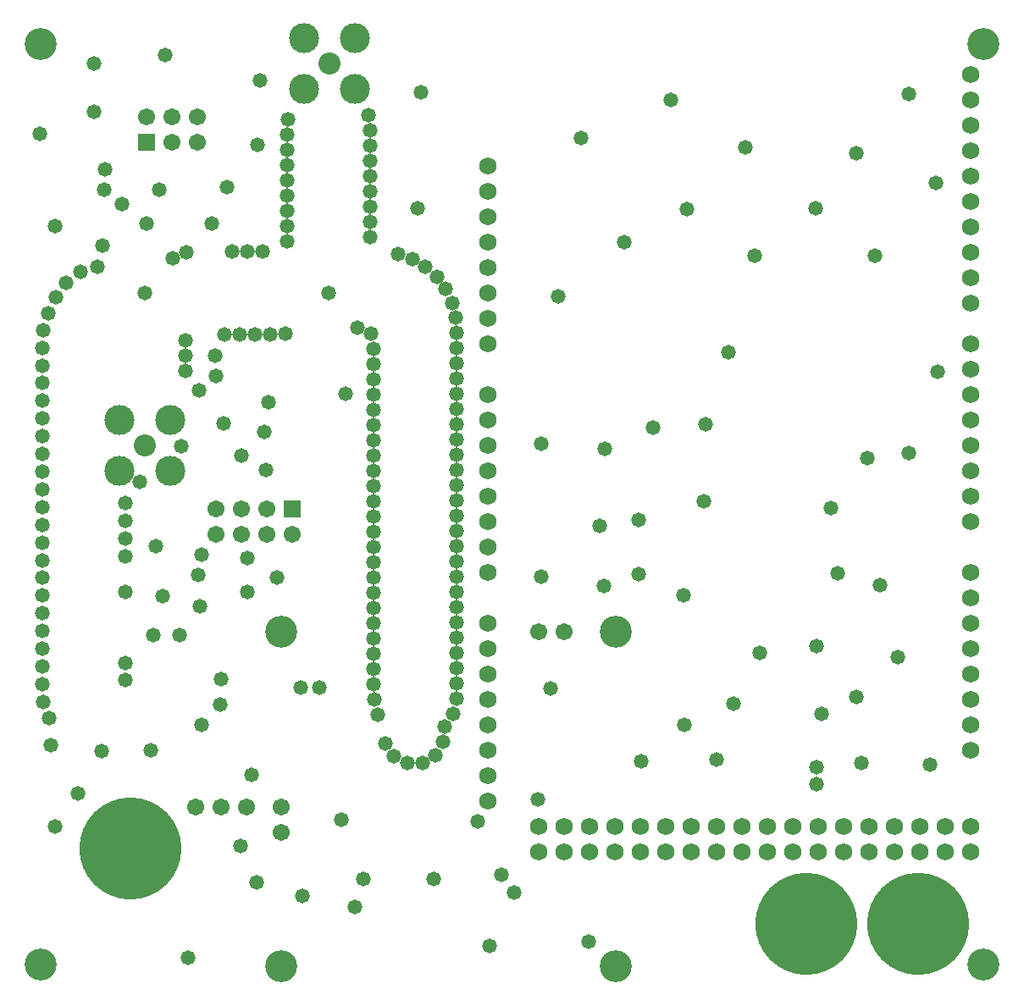
<source format=gbs>
G04 Layer_Color=16711935*
%FSLAX25Y25*%
%MOIN*%
G70*
G01*
G75*
%ADD53C,0.06706*%
%ADD54R,0.06706X0.06706*%
%ADD55C,0.06800*%
%ADD56C,0.08674*%
%ADD57C,0.11824*%
%ADD58C,0.12611*%
%ADD59C,0.40170*%
%ADD60C,0.05800*%
D53*
X106693Y73819D02*
D03*
Y63819D02*
D03*
X53543Y345630D02*
D03*
X63543Y335630D02*
D03*
Y345630D02*
D03*
X73543Y335630D02*
D03*
Y345630D02*
D03*
X72966Y73875D02*
D03*
X82965D02*
D03*
X92966D02*
D03*
X80803Y181188D02*
D03*
Y191188D02*
D03*
X90803Y181188D02*
D03*
Y191188D02*
D03*
X100803Y181188D02*
D03*
Y191188D02*
D03*
X110803Y181188D02*
D03*
X208012Y142815D02*
D03*
X217972D02*
D03*
D54*
X53543Y335630D02*
D03*
X110803Y191188D02*
D03*
D55*
X208051Y56339D02*
D03*
Y66339D02*
D03*
X218051Y56339D02*
D03*
Y66339D02*
D03*
X228051Y56339D02*
D03*
Y66339D02*
D03*
X238051Y56339D02*
D03*
Y66339D02*
D03*
X248051Y56339D02*
D03*
Y66339D02*
D03*
X258051Y56339D02*
D03*
Y66339D02*
D03*
X268051Y56339D02*
D03*
Y66339D02*
D03*
X278051Y56339D02*
D03*
Y66339D02*
D03*
X288051Y56339D02*
D03*
Y66339D02*
D03*
X298051Y56339D02*
D03*
Y66339D02*
D03*
X308051Y56339D02*
D03*
Y66339D02*
D03*
X318051Y56339D02*
D03*
Y66339D02*
D03*
X328051Y56339D02*
D03*
Y66339D02*
D03*
X338051Y56339D02*
D03*
Y66339D02*
D03*
X348051Y56339D02*
D03*
Y66339D02*
D03*
X358051Y56339D02*
D03*
Y66339D02*
D03*
X368051Y56339D02*
D03*
Y66339D02*
D03*
X378051Y56339D02*
D03*
Y66339D02*
D03*
Y362303D02*
D03*
Y352303D02*
D03*
Y342303D02*
D03*
Y332303D02*
D03*
Y322303D02*
D03*
Y312303D02*
D03*
Y302303D02*
D03*
Y292303D02*
D03*
Y282303D02*
D03*
Y272303D02*
D03*
X187992Y146358D02*
D03*
Y136358D02*
D03*
Y126358D02*
D03*
Y116358D02*
D03*
Y106358D02*
D03*
Y96358D02*
D03*
Y86358D02*
D03*
Y76358D02*
D03*
Y236319D02*
D03*
Y226319D02*
D03*
Y216319D02*
D03*
Y206319D02*
D03*
Y196319D02*
D03*
Y186319D02*
D03*
Y176319D02*
D03*
Y166319D02*
D03*
Y326280D02*
D03*
Y316280D02*
D03*
Y306280D02*
D03*
Y296280D02*
D03*
Y286280D02*
D03*
Y276280D02*
D03*
Y266280D02*
D03*
Y256280D02*
D03*
X378051Y256299D02*
D03*
Y246299D02*
D03*
Y236299D02*
D03*
Y226299D02*
D03*
Y216299D02*
D03*
Y206299D02*
D03*
Y196299D02*
D03*
Y186299D02*
D03*
Y166339D02*
D03*
Y156339D02*
D03*
Y146339D02*
D03*
Y136339D02*
D03*
Y126339D02*
D03*
Y116339D02*
D03*
Y106339D02*
D03*
Y96339D02*
D03*
D56*
X125492Y366437D02*
D03*
X52756Y216142D02*
D03*
D57*
X115492Y356437D02*
D03*
X135492D02*
D03*
Y376437D02*
D03*
X115492D02*
D03*
X62756Y226142D02*
D03*
X42756D02*
D03*
Y206142D02*
D03*
X62756D02*
D03*
D58*
X106693Y11319D02*
D03*
X238189D02*
D03*
Y142815D02*
D03*
X106693D02*
D03*
X11811Y11811D02*
D03*
X382973D02*
D03*
X382973Y374410D02*
D03*
X11811Y374410D02*
D03*
D59*
X313197Y28051D02*
D03*
X47343Y57579D02*
D03*
X357284Y28051D02*
D03*
D60*
X361910Y90650D02*
D03*
X207677Y76772D02*
D03*
X212500Y120473D02*
D03*
X233563Y160925D02*
D03*
X353445Y354528D02*
D03*
X364272Y319488D02*
D03*
X273622Y224508D02*
D03*
X365059Y245177D02*
D03*
X166732Y45669D02*
D03*
X130217Y68996D02*
D03*
X160138Y309449D02*
D03*
X11614Y338878D02*
D03*
X43996Y311122D02*
D03*
X82973Y124213D02*
D03*
X56201Y141437D02*
D03*
X66437D02*
D03*
X74508Y153051D02*
D03*
X93110Y172047D02*
D03*
X75295Y106102D02*
D03*
X57382Y176673D02*
D03*
X75098Y173327D02*
D03*
X125295Y276378D02*
D03*
X52756Y276280D02*
D03*
X79134Y303445D02*
D03*
X74311Y237992D02*
D03*
X80807Y243504D02*
D03*
X99320Y292710D02*
D03*
X93320D02*
D03*
X87320D02*
D03*
X69340Y292222D02*
D03*
X63771Y289990D02*
D03*
X84214Y260047D02*
D03*
X90214D02*
D03*
X96214D02*
D03*
X102214D02*
D03*
X108212Y260175D02*
D03*
X136502Y262590D02*
D03*
X141951Y260079D02*
D03*
X143011Y254173D02*
D03*
Y248173D02*
D03*
Y242173D02*
D03*
Y236173D02*
D03*
Y230173D02*
D03*
Y224173D02*
D03*
Y218173D02*
D03*
Y212173D02*
D03*
Y206173D02*
D03*
Y200173D02*
D03*
Y194173D02*
D03*
Y188173D02*
D03*
Y182173D02*
D03*
Y176173D02*
D03*
Y170173D02*
D03*
Y164173D02*
D03*
Y158173D02*
D03*
Y152173D02*
D03*
Y146173D02*
D03*
Y140173D02*
D03*
Y134173D02*
D03*
Y128173D02*
D03*
Y122173D02*
D03*
X143107Y116174D02*
D03*
X144650Y110376D02*
D03*
X147635Y98962D02*
D03*
X150777Y93850D02*
D03*
X156146Y91171D02*
D03*
X162143Y91330D02*
D03*
X167332Y94344D02*
D03*
X170168Y99632D02*
D03*
X170970Y105578D02*
D03*
X174098Y110698D02*
D03*
X175615Y116503D02*
D03*
X175678Y122503D02*
D03*
Y128503D02*
D03*
Y134503D02*
D03*
Y140503D02*
D03*
Y146503D02*
D03*
Y152503D02*
D03*
Y158503D02*
D03*
Y164503D02*
D03*
Y170503D02*
D03*
Y176503D02*
D03*
Y182503D02*
D03*
Y188503D02*
D03*
Y194503D02*
D03*
Y200503D02*
D03*
Y206503D02*
D03*
Y212503D02*
D03*
Y218503D02*
D03*
Y224503D02*
D03*
Y230503D02*
D03*
Y236503D02*
D03*
Y242503D02*
D03*
Y248503D02*
D03*
Y254503D02*
D03*
Y260503D02*
D03*
X175372Y266495D02*
D03*
X173927Y272318D02*
D03*
X171379Y277750D02*
D03*
X167769Y282543D02*
D03*
X163292Y286538D02*
D03*
X158100Y289545D02*
D03*
X152413Y291455D02*
D03*
X109099Y344513D02*
D03*
X108871Y338517D02*
D03*
X108884Y332517D02*
D03*
X108897Y326517D02*
D03*
X108909Y320517D02*
D03*
X108922Y314517D02*
D03*
X108935Y308517D02*
D03*
X108948Y302517D02*
D03*
X108961Y296517D02*
D03*
X141624Y298210D02*
D03*
X141612Y304210D02*
D03*
X141599Y310210D02*
D03*
X141586Y316210D02*
D03*
X141573Y322210D02*
D03*
X141560Y328210D02*
D03*
X141547Y334210D02*
D03*
X141534Y340210D02*
D03*
X140918Y346178D02*
D03*
X161417Y355315D02*
D03*
X50947Y201913D02*
D03*
X67125Y215961D02*
D03*
X68915Y245595D02*
D03*
X68952Y251595D02*
D03*
X68958Y257595D02*
D03*
X34139Y286646D02*
D03*
X27488Y284567D02*
D03*
X22031Y280233D02*
D03*
X17833Y274671D02*
D03*
X14806Y268394D02*
D03*
X13070Y261646D02*
D03*
X12604Y254693D02*
D03*
Y247724D02*
D03*
Y240756D02*
D03*
Y233787D02*
D03*
Y226819D02*
D03*
Y219850D02*
D03*
Y212882D02*
D03*
Y205913D02*
D03*
Y198945D02*
D03*
Y191976D02*
D03*
Y185008D02*
D03*
Y178039D02*
D03*
Y171071D02*
D03*
Y164102D02*
D03*
Y157134D02*
D03*
Y150165D02*
D03*
Y143197D02*
D03*
Y136228D02*
D03*
Y129260D02*
D03*
Y122291D02*
D03*
X12985Y115333D02*
D03*
X15364Y108783D02*
D03*
X36024Y96063D02*
D03*
X55277Y96099D02*
D03*
X45271Y123761D02*
D03*
Y130729D02*
D03*
Y158603D02*
D03*
Y172540D02*
D03*
Y179509D02*
D03*
Y186477D02*
D03*
Y193446D02*
D03*
X80610Y251575D02*
D03*
X82677Y114370D02*
D03*
X198130Y40157D02*
D03*
X193406Y47244D02*
D03*
X58563Y316929D02*
D03*
X121654Y121063D02*
D03*
X114272D02*
D03*
X73765Y165375D02*
D03*
X100703Y206588D02*
D03*
X93265Y158675D02*
D03*
X37402Y324803D02*
D03*
X36811Y317028D02*
D03*
X264941Y157165D02*
D03*
X332874Y117126D02*
D03*
X317126Y137106D02*
D03*
X342323Y161221D02*
D03*
X322933Y191634D02*
D03*
X353445Y213189D02*
D03*
X349213Y132874D02*
D03*
X325591Y165945D02*
D03*
X294783Y134547D02*
D03*
X265158Y106102D02*
D03*
X277953Y92421D02*
D03*
X284547Y114665D02*
D03*
X247343Y165453D02*
D03*
X233760Y214862D02*
D03*
X253051Y223228D02*
D03*
X247343Y186909D02*
D03*
X248327Y91929D02*
D03*
X188484Y19390D02*
D03*
X138878Y45571D02*
D03*
X183760Y68307D02*
D03*
X90551Y58662D02*
D03*
X208957Y164567D02*
D03*
X231890Y184646D02*
D03*
X208957Y217028D02*
D03*
X241437Y296358D02*
D03*
X289173Y333563D02*
D03*
X292914Y291043D02*
D03*
X333071Y331201D02*
D03*
X224705Y337402D02*
D03*
X266240Y309252D02*
D03*
X340256Y291043D02*
D03*
X316831Y309646D02*
D03*
X282480Y252854D02*
D03*
X272933Y194193D02*
D03*
X215650Y274803D02*
D03*
X98228Y359941D02*
D03*
X97244Y334449D02*
D03*
X32973Y366732D02*
D03*
X60925Y369980D02*
D03*
X17520Y302658D02*
D03*
X36122Y294980D02*
D03*
X115059Y39075D02*
D03*
X69980Y14665D02*
D03*
X96752Y44291D02*
D03*
X17520Y66142D02*
D03*
X26575Y79232D02*
D03*
X135433Y34744D02*
D03*
X227559Y20866D02*
D03*
X334941Y91240D02*
D03*
X319193Y110630D02*
D03*
X337402Y211319D02*
D03*
X99803Y221555D02*
D03*
X101575Y233366D02*
D03*
X83858Y224803D02*
D03*
X85335Y317914D02*
D03*
X94882Y86417D02*
D03*
X104921Y164173D02*
D03*
X60039Y156988D02*
D03*
X131890Y236713D02*
D03*
X16043Y98327D02*
D03*
X90847Y212106D02*
D03*
X32776Y347539D02*
D03*
X260039Y352362D02*
D03*
X317225Y89567D02*
D03*
X317323Y82973D02*
D03*
X53543Y303642D02*
D03*
M02*

</source>
